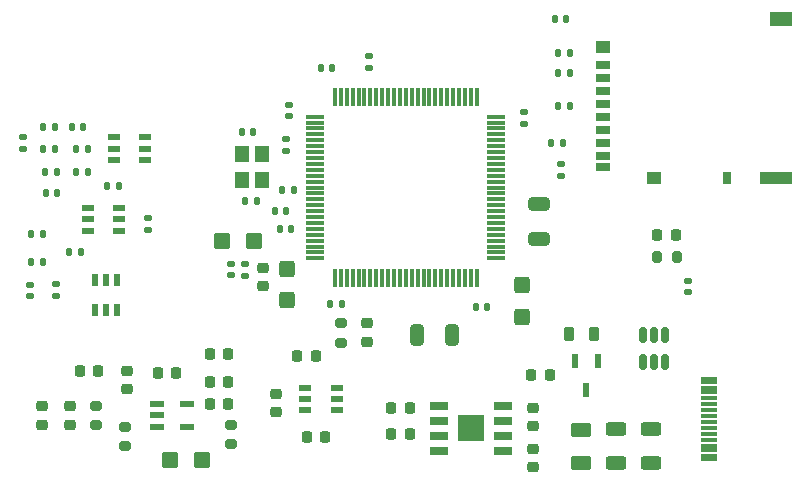
<source format=gbr>
%TF.GenerationSoftware,KiCad,Pcbnew,(5.99.0-8018-g9a0f685a75)*%
%TF.CreationDate,2021-03-03T16:59:48+00:00*%
%TF.ProjectId,CM4,434d342e-6b69-4636-9164-5f7063625858,rev?*%
%TF.SameCoordinates,Original*%
%TF.FileFunction,Paste,Top*%
%TF.FilePolarity,Positive*%
%FSLAX46Y46*%
G04 Gerber Fmt 4.6, Leading zero omitted, Abs format (unit mm)*
G04 Created by KiCad (PCBNEW (5.99.0-8018-g9a0f685a75)) date 2021-03-03 16:59:48*
%MOMM*%
%LPD*%
G01*
G04 APERTURE LIST*
G04 Aperture macros list*
%AMRoundRect*
0 Rectangle with rounded corners*
0 $1 Rounding radius*
0 $2 $3 $4 $5 $6 $7 $8 $9 X,Y pos of 4 corners*
0 Add a 4 corners polygon primitive as box body*
4,1,4,$2,$3,$4,$5,$6,$7,$8,$9,$2,$3,0*
0 Add four circle primitives for the rounded corners*
1,1,$1+$1,$2,$3,0*
1,1,$1+$1,$4,$5,0*
1,1,$1+$1,$6,$7,0*
1,1,$1+$1,$8,$9,0*
0 Add four rect primitives between the rounded corners*
20,1,$1+$1,$2,$3,$4,$5,0*
20,1,$1+$1,$4,$5,$6,$7,0*
20,1,$1+$1,$6,$7,$8,$9,0*
20,1,$1+$1,$8,$9,$2,$3,0*%
G04 Aperture macros list end*
%ADD10RoundRect,0.140000X-0.140000X-0.170000X0.140000X-0.170000X0.140000X0.170000X-0.140000X0.170000X0*%
%ADD11RoundRect,0.225000X-0.250000X0.225000X-0.250000X-0.225000X0.250000X-0.225000X0.250000X0.225000X0*%
%ADD12RoundRect,0.225000X0.250000X-0.225000X0.250000X0.225000X-0.250000X0.225000X-0.250000X-0.225000X0*%
%ADD13R,1.050000X0.550000*%
%ADD14RoundRect,0.250000X0.325000X0.650000X-0.325000X0.650000X-0.325000X-0.650000X0.325000X-0.650000X0*%
%ADD15RoundRect,0.225000X-0.225000X-0.250000X0.225000X-0.250000X0.225000X0.250000X-0.225000X0.250000X0*%
%ADD16RoundRect,0.250000X0.625000X-0.375000X0.625000X0.375000X-0.625000X0.375000X-0.625000X-0.375000X0*%
%ADD17RoundRect,0.250000X-0.425000X0.450000X-0.425000X-0.450000X0.425000X-0.450000X0.425000X0.450000X0*%
%ADD18RoundRect,0.135000X0.135000X0.185000X-0.135000X0.185000X-0.135000X-0.185000X0.135000X-0.185000X0*%
%ADD19RoundRect,0.140000X-0.170000X0.140000X-0.170000X-0.140000X0.170000X-0.140000X0.170000X0.140000X0*%
%ADD20RoundRect,0.135000X-0.135000X-0.185000X0.135000X-0.185000X0.135000X0.185000X-0.135000X0.185000X0*%
%ADD21RoundRect,0.218750X0.256250X-0.218750X0.256250X0.218750X-0.256250X0.218750X-0.256250X-0.218750X0*%
%ADD22RoundRect,0.140000X0.140000X0.170000X-0.140000X0.170000X-0.140000X-0.170000X0.140000X-0.170000X0*%
%ADD23R,1.450000X0.300000*%
%ADD24RoundRect,0.250000X-0.650000X0.325000X-0.650000X-0.325000X0.650000X-0.325000X0.650000X0.325000X0*%
%ADD25RoundRect,0.150000X0.150000X-0.512500X0.150000X0.512500X-0.150000X0.512500X-0.150000X-0.512500X0*%
%ADD26R,1.200000X0.600000*%
%ADD27RoundRect,0.218750X-0.218750X-0.256250X0.218750X-0.256250X0.218750X0.256250X-0.218750X0.256250X0*%
%ADD28RoundRect,0.250000X-0.450000X-0.425000X0.450000X-0.425000X0.450000X0.425000X-0.450000X0.425000X0*%
%ADD29R,1.200000X1.400000*%
%ADD30RoundRect,0.140000X0.170000X-0.140000X0.170000X0.140000X-0.170000X0.140000X-0.170000X-0.140000X0*%
%ADD31RoundRect,0.200000X-0.275000X0.200000X-0.275000X-0.200000X0.275000X-0.200000X0.275000X0.200000X0*%
%ADD32RoundRect,0.250000X-0.625000X0.312500X-0.625000X-0.312500X0.625000X-0.312500X0.625000X0.312500X0*%
%ADD33RoundRect,0.135000X0.185000X-0.135000X0.185000X0.135000X-0.185000X0.135000X-0.185000X-0.135000X0*%
%ADD34RoundRect,0.250000X0.450000X0.425000X-0.450000X0.425000X-0.450000X-0.425000X0.450000X-0.425000X0*%
%ADD35RoundRect,0.200000X0.200000X0.275000X-0.200000X0.275000X-0.200000X-0.275000X0.200000X-0.275000X0*%
%ADD36RoundRect,0.075000X-0.725000X-0.075000X0.725000X-0.075000X0.725000X0.075000X-0.725000X0.075000X0*%
%ADD37RoundRect,0.075000X-0.075000X-0.725000X0.075000X-0.725000X0.075000X0.725000X-0.075000X0.725000X0*%
%ADD38R,0.600000X1.200000*%
%ADD39RoundRect,0.200000X0.275000X-0.200000X0.275000X0.200000X-0.275000X0.200000X-0.275000X-0.200000X0*%
%ADD40RoundRect,0.225000X0.225000X0.250000X-0.225000X0.250000X-0.225000X-0.250000X0.225000X-0.250000X0*%
%ADD41RoundRect,0.135000X-0.185000X0.135000X-0.185000X-0.135000X0.185000X-0.135000X0.185000X0.135000X0*%
%ADD42R,0.550000X1.050000*%
%ADD43R,1.200000X0.700000*%
%ADD44R,0.800000X1.000000*%
%ADD45R,2.800000X1.000000*%
%ADD46R,1.900000X1.300000*%
%ADD47R,1.200000X1.000000*%
%ADD48R,1.525000X0.650000*%
%ADD49R,2.290000X2.290000*%
%ADD50R,1.000001X0.599999*%
%ADD51RoundRect,0.218750X-0.218750X-0.381250X0.218750X-0.381250X0.218750X0.381250X-0.218750X0.381250X0*%
G04 APERTURE END LIST*
D10*
%TO.C,C12*%
X101720000Y-96600000D03*
X102680000Y-96600000D03*
%TD*%
D11*
%TO.C,C3*%
X141000000Y-109725000D03*
X141000000Y-111275000D03*
%TD*%
D12*
%TO.C,C35*%
X101800000Y-111175000D03*
X101800000Y-109625000D03*
%TD*%
D13*
%TO.C,IC3*%
X103300000Y-92850000D03*
X103300000Y-93800000D03*
X103300000Y-94750000D03*
X105900000Y-94750000D03*
X105900000Y-93800000D03*
X105900000Y-92850000D03*
%TD*%
D11*
%TO.C,C5*%
X141000000Y-113225000D03*
X141000000Y-114775000D03*
%TD*%
D14*
%TO.C,C15*%
X134075000Y-103600000D03*
X131125000Y-103600000D03*
%TD*%
D15*
%TO.C,C39*%
X113625000Y-109400000D03*
X115175000Y-109400000D03*
%TD*%
D16*
%TO.C,F1*%
X145000000Y-114400000D03*
X145000000Y-111600000D03*
%TD*%
D15*
%TO.C,C40*%
X113625000Y-105200000D03*
X115175000Y-105200000D03*
%TD*%
D17*
%TO.C,C25*%
X120142000Y-97964000D03*
X120142000Y-100664000D03*
%TD*%
D18*
%TO.C,R8*%
X99510000Y-95000000D03*
X98490000Y-95000000D03*
%TD*%
D19*
%TO.C,C18*%
X120100000Y-87020000D03*
X120100000Y-87980000D03*
%TD*%
D20*
%TO.C,R4*%
X102290000Y-87800000D03*
X103310000Y-87800000D03*
%TD*%
D15*
%TO.C,C38*%
X113625000Y-107600000D03*
X115175000Y-107600000D03*
%TD*%
D10*
%TO.C,C34*%
X142800000Y-76800000D03*
X143760000Y-76800000D03*
%TD*%
D21*
%TO.C,D2*%
X126900000Y-104187500D03*
X126900000Y-102612500D03*
%TD*%
D19*
%TO.C,C17*%
X140200000Y-84720000D03*
X140200000Y-85680000D03*
%TD*%
D15*
%TO.C,C36*%
X109225000Y-106800000D03*
X110775000Y-106800000D03*
%TD*%
D18*
%TO.C,R3*%
X105910000Y-91000000D03*
X104890000Y-91000000D03*
%TD*%
D17*
%TO.C,C13*%
X140000000Y-99350000D03*
X140000000Y-102050000D03*
%TD*%
D22*
%TO.C,C16*%
X124780000Y-101000000D03*
X123820000Y-101000000D03*
%TD*%
D23*
%TO.C,J1*%
X155900000Y-114100000D03*
X155900000Y-113300000D03*
X155900000Y-111950000D03*
X155900000Y-110950000D03*
X155900000Y-110450000D03*
X155900000Y-109450000D03*
X155900000Y-108100000D03*
X155900000Y-107300000D03*
X155900000Y-107600000D03*
X155900000Y-108400000D03*
X155900000Y-108950000D03*
X155900000Y-109950000D03*
X155900000Y-111450000D03*
X155900000Y-112450000D03*
X155900000Y-113000000D03*
X155900000Y-113800000D03*
%TD*%
D24*
%TO.C,C19*%
X141500000Y-92525000D03*
X141500000Y-95475000D03*
%TD*%
D18*
%TO.C,R11*%
X99510000Y-97400000D03*
X98490000Y-97400000D03*
%TD*%
%TO.C,R20*%
X120710000Y-91300000D03*
X119690000Y-91300000D03*
%TD*%
D25*
%TO.C,U4*%
X150250000Y-105837500D03*
X151200000Y-105837500D03*
X152150000Y-105837500D03*
X152150000Y-103562500D03*
X151200000Y-103562500D03*
X150250000Y-103562500D03*
%TD*%
D15*
%TO.C,C41*%
X102625000Y-106600000D03*
X104175000Y-106600000D03*
%TD*%
%TO.C,C27*%
X121825000Y-112250000D03*
X123375000Y-112250000D03*
%TD*%
D20*
%TO.C,R7*%
X99490000Y-86000000D03*
X100510000Y-86000000D03*
%TD*%
D26*
%TO.C,IC6*%
X109150000Y-109450000D03*
X109150000Y-110400000D03*
X109150000Y-111350000D03*
X111650000Y-111350000D03*
X111650000Y-109450000D03*
%TD*%
D18*
%TO.C,R17*%
X144110000Y-79700000D03*
X143090000Y-79700000D03*
%TD*%
D27*
%TO.C,D3*%
X151500000Y-95100000D03*
X153075000Y-95100000D03*
%TD*%
D18*
%TO.C,R19*%
X144110000Y-81400000D03*
X143090000Y-81400000D03*
%TD*%
D10*
%TO.C,C10*%
X99720000Y-91600000D03*
X100680000Y-91600000D03*
%TD*%
D28*
%TO.C,C42*%
X110250000Y-114200000D03*
X112950000Y-114200000D03*
%TD*%
D19*
%TO.C,C32*%
X98400000Y-99320000D03*
X98400000Y-100280000D03*
%TD*%
D10*
%TO.C,C21*%
X123020000Y-81000000D03*
X123980000Y-81000000D03*
%TD*%
D29*
%TO.C,Y1*%
X116350000Y-88300000D03*
X116350000Y-90500000D03*
X118050000Y-90500000D03*
X118050000Y-88300000D03*
%TD*%
D18*
%TO.C,R23*%
X143510000Y-87300000D03*
X142490000Y-87300000D03*
%TD*%
D21*
%TO.C,FB2*%
X118110000Y-99466500D03*
X118110000Y-97891500D03*
%TD*%
D30*
%TO.C,C20*%
X120300000Y-85080000D03*
X120300000Y-84120000D03*
%TD*%
D31*
%TO.C,R12*%
X115400000Y-111175000D03*
X115400000Y-112825000D03*
%TD*%
D32*
%TO.C,R1*%
X151000000Y-111537500D03*
X151000000Y-114462500D03*
%TD*%
D12*
%TO.C,C22*%
X119253000Y-110122000D03*
X119253000Y-108572000D03*
%TD*%
D19*
%TO.C,C26*%
X115443000Y-97564000D03*
X115443000Y-98524000D03*
%TD*%
D33*
%TO.C,R27*%
X127100000Y-81010000D03*
X127100000Y-79990000D03*
%TD*%
D12*
%TO.C,C37*%
X106600000Y-108175000D03*
X106600000Y-106625000D03*
%TD*%
D30*
%TO.C,C50*%
X154100000Y-99980000D03*
X154100000Y-99020000D03*
%TD*%
D32*
%TO.C,R2*%
X148000000Y-111537500D03*
X148000000Y-114462500D03*
%TD*%
D10*
%TO.C,C48*%
X116620000Y-92200000D03*
X117580000Y-92200000D03*
%TD*%
D34*
%TO.C,C23*%
X117350000Y-95600000D03*
X114650000Y-95600000D03*
%TD*%
D35*
%TO.C,R28*%
X153125000Y-97000000D03*
X151475000Y-97000000D03*
%TD*%
D36*
%TO.C,U2*%
X122525000Y-85100000D03*
X122525000Y-85600000D03*
X122525000Y-86100000D03*
X122525000Y-86600000D03*
X122525000Y-87100000D03*
X122525000Y-87600000D03*
X122525000Y-88100000D03*
X122525000Y-88600000D03*
X122525000Y-89100000D03*
X122525000Y-89600000D03*
X122525000Y-90100000D03*
X122525000Y-90600000D03*
X122525000Y-91100000D03*
X122525000Y-91600000D03*
X122525000Y-92100000D03*
X122525000Y-92600000D03*
X122525000Y-93100000D03*
X122525000Y-93600000D03*
X122525000Y-94100000D03*
X122525000Y-94600000D03*
X122525000Y-95100000D03*
X122525000Y-95600000D03*
X122525000Y-96100000D03*
X122525000Y-96600000D03*
X122525000Y-97100000D03*
D37*
X124200000Y-98775000D03*
X124700000Y-98775000D03*
X125200000Y-98775000D03*
X125700000Y-98775000D03*
X126200000Y-98775000D03*
X126700000Y-98775000D03*
X127200000Y-98775000D03*
X127700000Y-98775000D03*
X128200000Y-98775000D03*
X128700000Y-98775000D03*
X129200000Y-98775000D03*
X129700000Y-98775000D03*
X130200000Y-98775000D03*
X130700000Y-98775000D03*
X131200000Y-98775000D03*
X131700000Y-98775000D03*
X132200000Y-98775000D03*
X132700000Y-98775000D03*
X133200000Y-98775000D03*
X133700000Y-98775000D03*
X134200000Y-98775000D03*
X134700000Y-98775000D03*
X135200000Y-98775000D03*
X135700000Y-98775000D03*
X136200000Y-98775000D03*
D36*
X137875000Y-97100000D03*
X137875000Y-96600000D03*
X137875000Y-96100000D03*
X137875000Y-95600000D03*
X137875000Y-95100000D03*
X137875000Y-94600000D03*
X137875000Y-94100000D03*
X137875000Y-93600000D03*
X137875000Y-93100000D03*
X137875000Y-92600000D03*
X137875000Y-92100000D03*
X137875000Y-91600000D03*
X137875000Y-91100000D03*
X137875000Y-90600000D03*
X137875000Y-90100000D03*
X137875000Y-89600000D03*
X137875000Y-89100000D03*
X137875000Y-88600000D03*
X137875000Y-88100000D03*
X137875000Y-87600000D03*
X137875000Y-87100000D03*
X137875000Y-86600000D03*
X137875000Y-86100000D03*
X137875000Y-85600000D03*
X137875000Y-85100000D03*
D37*
X136200000Y-83425000D03*
X135700000Y-83425000D03*
X135200000Y-83425000D03*
X134700000Y-83425000D03*
X134200000Y-83425000D03*
X133700000Y-83425000D03*
X133200000Y-83425000D03*
X132700000Y-83425000D03*
X132200000Y-83425000D03*
X131700000Y-83425000D03*
X131200000Y-83425000D03*
X130700000Y-83425000D03*
X130200000Y-83425000D03*
X129700000Y-83425000D03*
X129200000Y-83425000D03*
X128700000Y-83425000D03*
X128200000Y-83425000D03*
X127700000Y-83425000D03*
X127200000Y-83425000D03*
X126700000Y-83425000D03*
X126200000Y-83425000D03*
X125700000Y-83425000D03*
X125200000Y-83425000D03*
X124700000Y-83425000D03*
X124200000Y-83425000D03*
%TD*%
D13*
%TO.C,IC2*%
X105500000Y-86850000D03*
X105500000Y-87800000D03*
X105500000Y-88750000D03*
X108100000Y-88750000D03*
X108100000Y-87800000D03*
X108100000Y-86850000D03*
%TD*%
D38*
%TO.C,Q1*%
X146450000Y-105750000D03*
X144550000Y-105750000D03*
X145500000Y-108250000D03*
%TD*%
D39*
%TO.C,R14*%
X104000000Y-111225000D03*
X104000000Y-109575000D03*
%TD*%
D12*
%TO.C,C33*%
X99400000Y-111175000D03*
X99400000Y-109625000D03*
%TD*%
D10*
%TO.C,C11*%
X101920000Y-86000000D03*
X102880000Y-86000000D03*
%TD*%
D40*
%TO.C,C28*%
X122575000Y-105400000D03*
X121025000Y-105400000D03*
%TD*%
D41*
%TO.C,R10*%
X97800000Y-86790000D03*
X97800000Y-87810000D03*
%TD*%
D18*
%TO.C,R6*%
X103310000Y-89800000D03*
X102290000Y-89800000D03*
%TD*%
D39*
%TO.C,R13*%
X106400000Y-113025000D03*
X106400000Y-111375000D03*
%TD*%
D42*
%TO.C,IC5*%
X105750000Y-98900000D03*
X104800000Y-98900000D03*
X103850000Y-98900000D03*
X103850000Y-101500000D03*
X104800000Y-101500000D03*
X105750000Y-101500000D03*
%TD*%
D43*
%TO.C,J4*%
X146875000Y-80725000D03*
X146875000Y-81825000D03*
X146875000Y-82925000D03*
X146875000Y-84025000D03*
X146875000Y-85125000D03*
X146875000Y-86225000D03*
X146875000Y-87325000D03*
X146875000Y-88425000D03*
X146875000Y-89375000D03*
D44*
X157375000Y-90325000D03*
D45*
X161525000Y-90325000D03*
D46*
X161975000Y-76825000D03*
D47*
X146875000Y-79175000D03*
X151175000Y-90325000D03*
%TD*%
D10*
%TO.C,C29*%
X119120000Y-93110000D03*
X120080000Y-93110000D03*
%TD*%
D19*
%TO.C,C30*%
X108400000Y-93720000D03*
X108400000Y-94680000D03*
%TD*%
D48*
%TO.C,IC1*%
X133038000Y-109595000D03*
X133038000Y-110865000D03*
X133038000Y-112135000D03*
X133038000Y-113405000D03*
X138462000Y-113405000D03*
X138462000Y-112135000D03*
X138462000Y-110865000D03*
X138462000Y-109595000D03*
D49*
X135750000Y-111500000D03*
%TD*%
D33*
%TO.C,R5*%
X100600000Y-100310000D03*
X100600000Y-99290000D03*
%TD*%
D10*
%TO.C,C49*%
X116320000Y-86400000D03*
X117280000Y-86400000D03*
%TD*%
%TO.C,C31*%
X99520000Y-87800000D03*
X100480000Y-87800000D03*
%TD*%
D40*
%TO.C,C1*%
X130525000Y-109750000D03*
X128975000Y-109750000D03*
%TD*%
D20*
%TO.C,R9*%
X99690000Y-89800000D03*
X100710000Y-89800000D03*
%TD*%
D22*
%TO.C,C14*%
X137080000Y-101200000D03*
X136120000Y-101200000D03*
%TD*%
D18*
%TO.C,R22*%
X144110000Y-84200000D03*
X143090000Y-84200000D03*
%TD*%
D50*
%TO.C,U3*%
X121624999Y-108049999D03*
X121624999Y-109000000D03*
X121624999Y-109949998D03*
X124374999Y-109949998D03*
X124374999Y-109000000D03*
X124374999Y-108049999D03*
%TD*%
D41*
%TO.C,R24*%
X143300000Y-89090000D03*
X143300000Y-90110000D03*
%TD*%
D40*
%TO.C,C4*%
X130525000Y-112000000D03*
X128975000Y-112000000D03*
%TD*%
D51*
%TO.C,FB1*%
X144037500Y-103500000D03*
X146162500Y-103500000D03*
%TD*%
D10*
%TO.C,C24*%
X119520000Y-94600000D03*
X120480000Y-94600000D03*
%TD*%
D15*
%TO.C,C2*%
X140825000Y-107000000D03*
X142375000Y-107000000D03*
%TD*%
D41*
%TO.C,R18*%
X116586000Y-97534000D03*
X116586000Y-98554000D03*
%TD*%
D39*
%TO.C,R21*%
X124700000Y-104225000D03*
X124700000Y-102575000D03*
%TD*%
M02*

</source>
